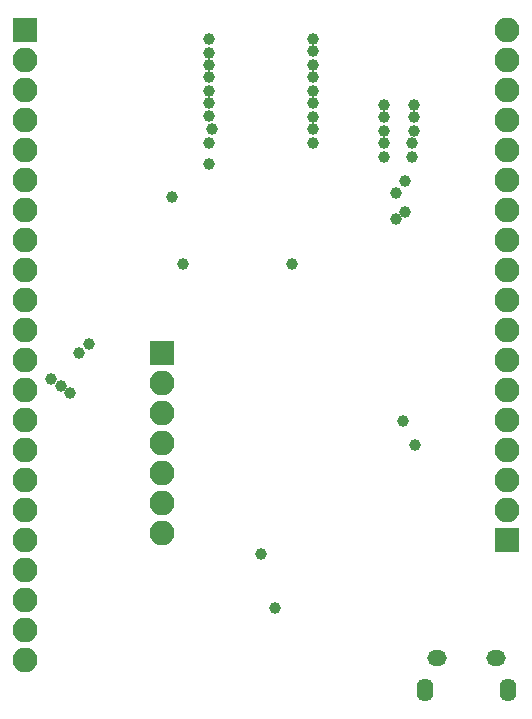
<source format=gbs>
G04 #@! TF.GenerationSoftware,KiCad,Pcbnew,(5.0.0)*
G04 #@! TF.CreationDate,2018-09-13T11:25:45+02:00*
G04 #@! TF.ProjectId,HolyIoT-NRF52840-Breakout,486F6C79496F542D4E52463532383430,1.0*
G04 #@! TF.SameCoordinates,Original*
G04 #@! TF.FileFunction,Soldermask,Bot*
G04 #@! TF.FilePolarity,Negative*
%FSLAX46Y46*%
G04 Gerber Fmt 4.6, Leading zero omitted, Abs format (unit mm)*
G04 Created by KiCad (PCBNEW (5.0.0)) date 09/13/18 11:25:45*
%MOMM*%
%LPD*%
G01*
G04 APERTURE LIST*
%ADD10R,2.100000X2.100000*%
%ADD11O,2.100000X2.100000*%
%ADD12O,1.650000X1.350000*%
%ADD13O,1.400000X1.950000*%
%ADD14C,1.000000*%
G04 APERTURE END LIST*
D10*
G04 #@! TO.C,J2*
X139000000Y-127400000D03*
D11*
X139000000Y-124860000D03*
X139000000Y-122320000D03*
X139000000Y-119780000D03*
X139000000Y-117240000D03*
X139000000Y-114700000D03*
X139000000Y-112160000D03*
X139000000Y-109620000D03*
X139000000Y-107080000D03*
X139000000Y-104540000D03*
X139000000Y-102000000D03*
X139000000Y-99460000D03*
X139000000Y-96920000D03*
X139000000Y-94380000D03*
X139000000Y-91840000D03*
X139000000Y-89300000D03*
X139000000Y-86760000D03*
X139000000Y-84220000D03*
G04 #@! TD*
D10*
G04 #@! TO.C,J1*
X98200000Y-84200000D03*
D11*
X98200000Y-86740000D03*
X98200000Y-89280000D03*
X98200000Y-91820000D03*
X98200000Y-94360000D03*
X98200000Y-96900000D03*
X98200000Y-99440000D03*
X98200000Y-101980000D03*
X98200000Y-104520000D03*
X98200000Y-107060000D03*
X98200000Y-109600000D03*
X98200000Y-112140000D03*
X98200000Y-114680000D03*
X98200000Y-117220000D03*
X98200000Y-119760000D03*
X98200000Y-122300000D03*
X98200000Y-124840000D03*
X98200000Y-127380000D03*
X98200000Y-129920000D03*
X98200000Y-132460000D03*
X98200000Y-135000000D03*
X98200000Y-137540000D03*
G04 #@! TD*
D12*
G04 #@! TO.C,P1*
X133099100Y-137437460D03*
X138099100Y-137437460D03*
D13*
X132099100Y-140137460D03*
X139099100Y-140137460D03*
G04 #@! TD*
D10*
G04 #@! TO.C,J3*
X109800000Y-111600000D03*
D11*
X109800000Y-114140000D03*
X109800000Y-116680000D03*
X109800000Y-119220000D03*
X109800000Y-121760000D03*
X109800000Y-124300000D03*
X109800000Y-126840000D03*
G04 #@! TD*
D14*
X122600000Y-92600000D03*
X131200000Y-119400000D03*
X122599998Y-91600000D03*
X130200000Y-117300000D03*
X122600000Y-90400000D03*
X122599998Y-89400000D03*
X122600000Y-88200000D03*
X122599998Y-87200000D03*
X122600000Y-86000000D03*
X122600000Y-85000000D03*
X110600000Y-98400000D03*
X113800000Y-95600000D03*
X131000000Y-93800000D03*
X128600000Y-93800000D03*
X131000000Y-95000000D03*
X128600000Y-95000006D03*
X128600000Y-92800000D03*
X131100000Y-92800000D03*
X128599996Y-90600000D03*
X131100000Y-90600000D03*
X113800000Y-93800000D03*
X114000000Y-92600000D03*
X113799999Y-91500012D03*
X113799998Y-90400000D03*
X113800000Y-89400000D03*
X103600000Y-110800000D03*
X113800000Y-88200000D03*
X102800000Y-111600000D03*
X113800000Y-87200000D03*
X102000000Y-115000000D03*
X113800000Y-86200000D03*
X101200000Y-114400000D03*
X113799998Y-85000000D03*
X100400000Y-113800016D03*
X119400000Y-133200000D03*
X118200000Y-128600000D03*
X129600000Y-98000000D03*
X129595005Y-100202497D03*
X130400000Y-97000000D03*
X130400000Y-99600000D03*
X111600000Y-104000000D03*
X120799994Y-104000000D03*
X122600000Y-93800000D03*
X131100000Y-91600000D03*
X128600000Y-91600000D03*
M02*

</source>
